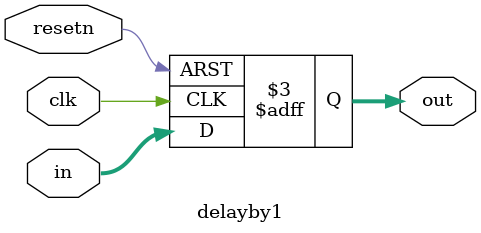
<source format=v>


module delayby1 #(parameter WIDTH=32) (
	input 					clk,
	input 					resetn,
	input		[WIDTH-1:0] in,
	output reg	[WIDTH-1:0] out
	);
	
	always @(posedge clk, negedge resetn) begin
		if (~resetn)	out <= {WIDTH{1'b0}};			// reset
		else			out <= in;					// pass
	end
	
endmodule


</source>
